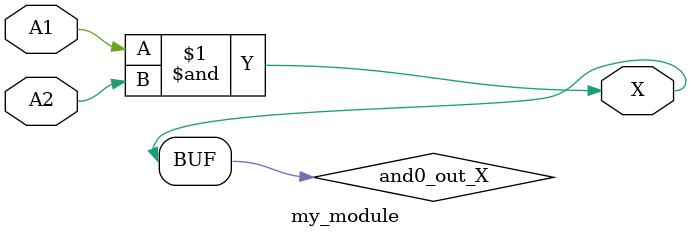
<source format=v>
module my_module (
    output X   ,
    input  A1  ,
    input  A2  
);



    // Local signals
    wire and0_out_X       ;

    //                                 Name         Output             Other arguments
    and                                and0        (and0_out_X       , A1, A2                );
    buf                                buf0        (X                , and0_out_X     );

endmodule
</source>
